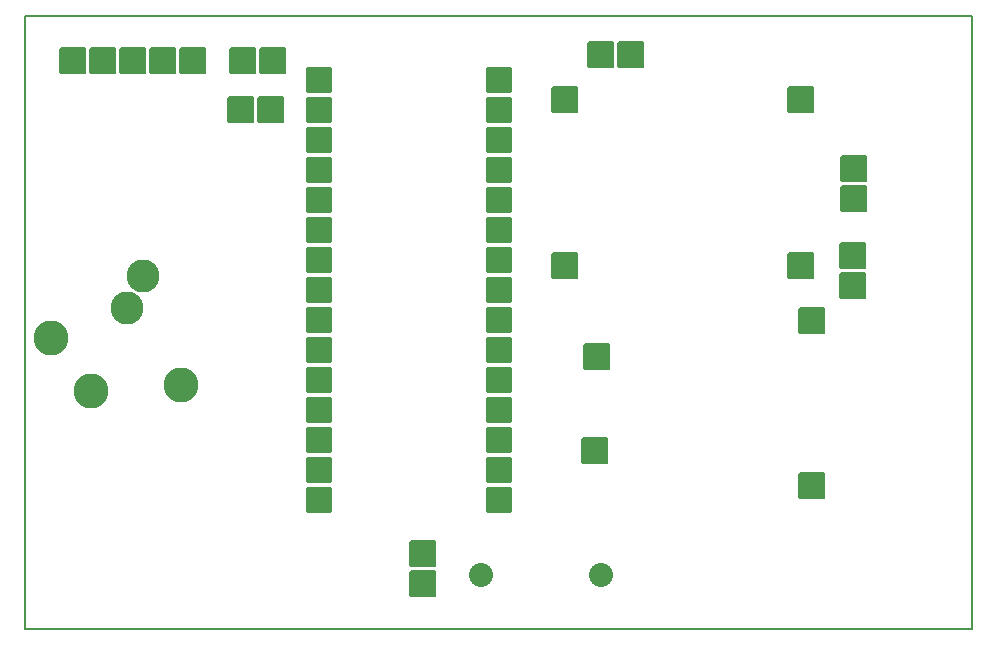
<source format=gbr>
G04 PROTEUS GERBER X2 FILE*
%TF.GenerationSoftware,Labcenter,Proteus,8.9-SP0-Build27865*%
%TF.CreationDate,2021-05-25T10:57:55+00:00*%
%TF.FileFunction,Soldermask,Top*%
%TF.FilePolarity,Negative*%
%TF.Part,Single*%
%TF.SameCoordinates,{e29b0117-a318-4933-b090-4e5cc44ef503}*%
%FSLAX45Y45*%
%MOMM*%
G01*
%AMPPAD013*
4,1,36,
-0.952500,1.079500,
0.952500,1.079500,
0.978470,1.076970,
1.002480,1.069700,
1.024080,1.058150,
1.042790,1.042790,
1.058150,1.024070,
1.069700,1.002480,
1.076970,0.978470,
1.079500,0.952500,
1.079500,-0.952500,
1.076970,-0.978470,
1.069700,-1.002480,
1.058150,-1.024070,
1.042790,-1.042790,
1.024080,-1.058150,
1.002480,-1.069700,
0.978470,-1.076970,
0.952500,-1.079500,
-0.952500,-1.079500,
-0.978470,-1.076970,
-1.002480,-1.069700,
-1.024080,-1.058150,
-1.042790,-1.042790,
-1.058150,-1.024070,
-1.069700,-1.002480,
-1.076970,-0.978470,
-1.079500,-0.952500,
-1.079500,0.952500,
-1.076970,0.978470,
-1.069700,1.002480,
-1.058150,1.024070,
-1.042790,1.042790,
-1.024080,1.058150,
-1.002480,1.069700,
-0.978470,1.076970,
-0.952500,1.079500,
0*%
%TA.AperFunction,Material*%
%ADD21PPAD013*%
%TA.AperFunction,Material*%
%ADD22C,2.960000*%
%ADD23C,2.794000*%
%AMPPAD016*
4,1,36,
-1.016000,1.143000,
1.016000,1.143000,
1.041970,1.140470,
1.065980,1.133200,
1.087580,1.121650,
1.106290,1.106290,
1.121650,1.087570,
1.133200,1.065980,
1.140470,1.041970,
1.143000,1.016000,
1.143000,-1.016000,
1.140470,-1.041970,
1.133200,-1.065980,
1.121650,-1.087570,
1.106290,-1.106290,
1.087580,-1.121650,
1.065980,-1.133200,
1.041970,-1.140470,
1.016000,-1.143000,
-1.016000,-1.143000,
-1.041970,-1.140470,
-1.065980,-1.133200,
-1.087580,-1.121650,
-1.106290,-1.106290,
-1.121650,-1.087570,
-1.133200,-1.065980,
-1.140470,-1.041970,
-1.143000,-1.016000,
-1.143000,1.016000,
-1.140470,1.041970,
-1.133200,1.065980,
-1.121650,1.087570,
-1.106290,1.106290,
-1.087580,1.121650,
-1.065980,1.133200,
-1.041970,1.140470,
-1.016000,1.143000,
0*%
%ADD24PPAD016*%
%AMPPAD017*
4,1,36,
-1.143000,-1.016000,
-1.143000,1.016000,
-1.140470,1.041970,
-1.133200,1.065980,
-1.121650,1.087580,
-1.106290,1.106290,
-1.087570,1.121650,
-1.065980,1.133200,
-1.041970,1.140470,
-1.016000,1.143000,
1.016000,1.143000,
1.041970,1.140470,
1.065980,1.133200,
1.087570,1.121650,
1.106290,1.106290,
1.121650,1.087580,
1.133200,1.065980,
1.140470,1.041970,
1.143000,1.016000,
1.143000,-1.016000,
1.140470,-1.041970,
1.133200,-1.065980,
1.121650,-1.087580,
1.106290,-1.106290,
1.087570,-1.121650,
1.065980,-1.133200,
1.041970,-1.140470,
1.016000,-1.143000,
-1.016000,-1.143000,
-1.041970,-1.140470,
-1.065980,-1.133200,
-1.087570,-1.121650,
-1.106290,-1.106290,
-1.121650,-1.087580,
-1.133200,-1.065980,
-1.140470,-1.041970,
-1.143000,-1.016000,
0*%
%TA.AperFunction,Material*%
%ADD25PPAD017*%
%ADD26C,2.032000*%
%TA.AperFunction,Profile*%
%ADD17C,0.203200*%
%TD.AperFunction*%
D21*
X-1710000Y+8720000D03*
X-1710000Y+8466000D03*
X-1710000Y+8212000D03*
X-1710000Y+7958000D03*
X-1710000Y+7704000D03*
X-1710000Y+7450000D03*
X-1710000Y+7196000D03*
X-1710000Y+6942000D03*
X-1710000Y+6688000D03*
X-1710000Y+6434000D03*
X-1710000Y+6180000D03*
X-1710000Y+5926000D03*
X-1710000Y+5672000D03*
X-1710000Y+5418000D03*
X-1710000Y+5164000D03*
X-186000Y+8720000D03*
X-186000Y+8466000D03*
X-186000Y+8212000D03*
X-186000Y+7958000D03*
X-186000Y+7704000D03*
X-186000Y+7450000D03*
X-186000Y+7196000D03*
X-186000Y+6942000D03*
X-186000Y+6688000D03*
X-186000Y+6434000D03*
X-186000Y+6180000D03*
X-186000Y+5926000D03*
X-186000Y+5672000D03*
X-186000Y+5418000D03*
X-186000Y+5164000D03*
D22*
X-3980000Y+6540000D03*
D23*
X-3200000Y+7060000D03*
X-3340000Y+6790000D03*
D22*
X-2880000Y+6140000D03*
X-3640000Y+6090000D03*
D24*
X-3790000Y+8880000D03*
X-3536000Y+8880000D03*
X-3282000Y+8880000D03*
X-3028000Y+8880000D03*
X-2774000Y+8880000D03*
X-2100000Y+8880000D03*
X-2354000Y+8880000D03*
X-2370000Y+8470000D03*
X-2116000Y+8470000D03*
X+370000Y+7150000D03*
X+370000Y+8550000D03*
X+2370000Y+8550000D03*
X+2370000Y+7150000D03*
X+2460000Y+6680000D03*
X+2460000Y+5280000D03*
X+630000Y+5580000D03*
X+640000Y+6380000D03*
D25*
X+2820000Y+7710000D03*
X+2820000Y+7964000D03*
D24*
X+680000Y+8930000D03*
X+934000Y+8930000D03*
D25*
X+2810000Y+6980000D03*
X+2810000Y+7234000D03*
D26*
X+680000Y+4530000D03*
X-336000Y+4530000D03*
D25*
X-830000Y+4451251D03*
X-830000Y+4705251D03*
D17*
X-4200000Y+4070000D02*
X+3820000Y+4070000D01*
X+3820000Y+9260000D01*
X-4200000Y+9260000D01*
X-4200000Y+4070000D01*
M02*

</source>
